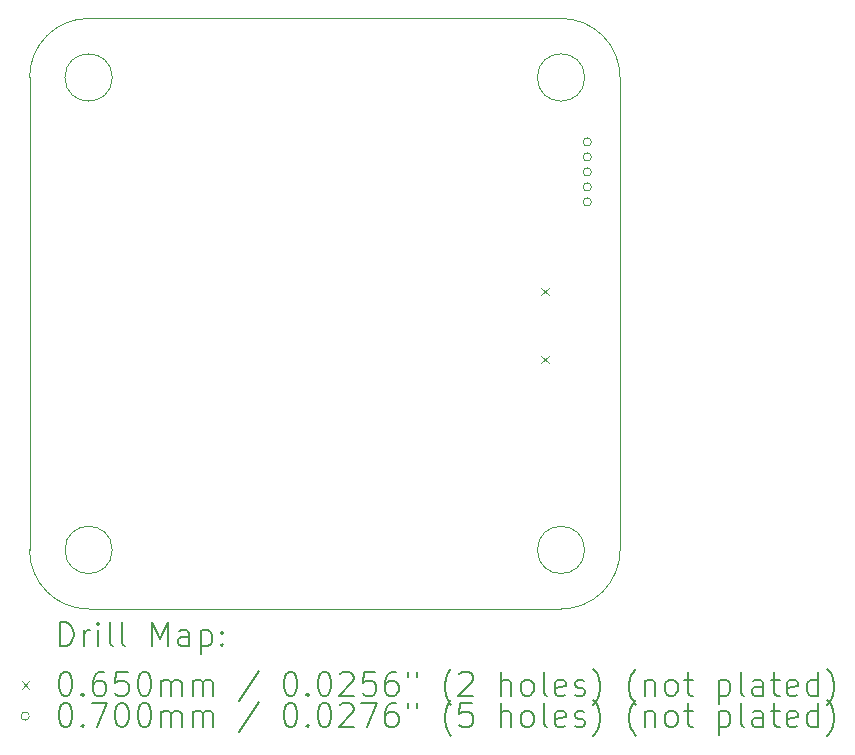
<source format=gbr>
%TF.GenerationSoftware,KiCad,Pcbnew,9.0.2-9.0.2-0~ubuntu24.04.1*%
%TF.CreationDate,2025-06-10T13:01:34-05:00*%
%TF.ProjectId,FC,46432e6b-6963-4616-945f-706362585858,rev?*%
%TF.SameCoordinates,Original*%
%TF.FileFunction,Drillmap*%
%TF.FilePolarity,Positive*%
%FSLAX45Y45*%
G04 Gerber Fmt 4.5, Leading zero omitted, Abs format (unit mm)*
G04 Created by KiCad (PCBNEW 9.0.2-9.0.2-0~ubuntu24.04.1) date 2025-06-10 13:01:34*
%MOMM*%
%LPD*%
G01*
G04 APERTURE LIST*
%ADD10C,0.050000*%
%ADD11C,0.200000*%
%ADD12C,0.100000*%
G04 APERTURE END LIST*
D10*
X19500000Y-5000000D02*
G75*
G02*
X20000000Y-5500000I0J-500000D01*
G01*
X20000000Y-9500000D02*
X20000000Y-5500000D01*
X19700000Y-9500000D02*
G75*
G02*
X19300000Y-9500000I-200000J0D01*
G01*
X19300000Y-9500000D02*
G75*
G02*
X19700000Y-9500000I200000J0D01*
G01*
X15000000Y-5500000D02*
G75*
G02*
X15500000Y-5000000I500000J0D01*
G01*
X15500000Y-10000000D02*
G75*
G02*
X15000000Y-9500000I0J500000D01*
G01*
X15500000Y-10000000D02*
X19500000Y-10000000D01*
X15500000Y-5000000D02*
X19500000Y-5000000D01*
X15700000Y-5500000D02*
G75*
G02*
X15300000Y-5500000I-200000J0D01*
G01*
X15300000Y-5500000D02*
G75*
G02*
X15700000Y-5500000I200000J0D01*
G01*
X15700000Y-9500000D02*
G75*
G02*
X15300000Y-9500000I-200000J0D01*
G01*
X15300000Y-9500000D02*
G75*
G02*
X15700000Y-9500000I200000J0D01*
G01*
X20000000Y-9500000D02*
G75*
G02*
X19500000Y-10000000I-500000J0D01*
G01*
X19700000Y-5500000D02*
G75*
G02*
X19300000Y-5500000I-200000J0D01*
G01*
X19300000Y-5500000D02*
G75*
G02*
X19700000Y-5500000I200000J0D01*
G01*
X15000000Y-5500000D02*
X15000000Y-9500000D01*
D11*
D12*
X19332000Y-7278500D02*
X19397000Y-7343500D01*
X19397000Y-7278500D02*
X19332000Y-7343500D01*
X19332000Y-7856500D02*
X19397000Y-7921500D01*
X19397000Y-7856500D02*
X19332000Y-7921500D01*
X19756350Y-6046000D02*
G75*
G02*
X19686350Y-6046000I-35000J0D01*
G01*
X19686350Y-6046000D02*
G75*
G02*
X19756350Y-6046000I35000J0D01*
G01*
X19756350Y-6173000D02*
G75*
G02*
X19686350Y-6173000I-35000J0D01*
G01*
X19686350Y-6173000D02*
G75*
G02*
X19756350Y-6173000I35000J0D01*
G01*
X19756350Y-6300000D02*
G75*
G02*
X19686350Y-6300000I-35000J0D01*
G01*
X19686350Y-6300000D02*
G75*
G02*
X19756350Y-6300000I35000J0D01*
G01*
X19756350Y-6427000D02*
G75*
G02*
X19686350Y-6427000I-35000J0D01*
G01*
X19686350Y-6427000D02*
G75*
G02*
X19756350Y-6427000I35000J0D01*
G01*
X19756350Y-6554000D02*
G75*
G02*
X19686350Y-6554000I-35000J0D01*
G01*
X19686350Y-6554000D02*
G75*
G02*
X19756350Y-6554000I35000J0D01*
G01*
D11*
X15258277Y-10313984D02*
X15258277Y-10113984D01*
X15258277Y-10113984D02*
X15305896Y-10113984D01*
X15305896Y-10113984D02*
X15334467Y-10123508D01*
X15334467Y-10123508D02*
X15353515Y-10142555D01*
X15353515Y-10142555D02*
X15363039Y-10161603D01*
X15363039Y-10161603D02*
X15372562Y-10199698D01*
X15372562Y-10199698D02*
X15372562Y-10228270D01*
X15372562Y-10228270D02*
X15363039Y-10266365D01*
X15363039Y-10266365D02*
X15353515Y-10285412D01*
X15353515Y-10285412D02*
X15334467Y-10304460D01*
X15334467Y-10304460D02*
X15305896Y-10313984D01*
X15305896Y-10313984D02*
X15258277Y-10313984D01*
X15458277Y-10313984D02*
X15458277Y-10180650D01*
X15458277Y-10218746D02*
X15467801Y-10199698D01*
X15467801Y-10199698D02*
X15477324Y-10190174D01*
X15477324Y-10190174D02*
X15496372Y-10180650D01*
X15496372Y-10180650D02*
X15515420Y-10180650D01*
X15582086Y-10313984D02*
X15582086Y-10180650D01*
X15582086Y-10113984D02*
X15572562Y-10123508D01*
X15572562Y-10123508D02*
X15582086Y-10133031D01*
X15582086Y-10133031D02*
X15591610Y-10123508D01*
X15591610Y-10123508D02*
X15582086Y-10113984D01*
X15582086Y-10113984D02*
X15582086Y-10133031D01*
X15705896Y-10313984D02*
X15686848Y-10304460D01*
X15686848Y-10304460D02*
X15677324Y-10285412D01*
X15677324Y-10285412D02*
X15677324Y-10113984D01*
X15810658Y-10313984D02*
X15791610Y-10304460D01*
X15791610Y-10304460D02*
X15782086Y-10285412D01*
X15782086Y-10285412D02*
X15782086Y-10113984D01*
X16039229Y-10313984D02*
X16039229Y-10113984D01*
X16039229Y-10113984D02*
X16105896Y-10256841D01*
X16105896Y-10256841D02*
X16172562Y-10113984D01*
X16172562Y-10113984D02*
X16172562Y-10313984D01*
X16353515Y-10313984D02*
X16353515Y-10209222D01*
X16353515Y-10209222D02*
X16343991Y-10190174D01*
X16343991Y-10190174D02*
X16324943Y-10180650D01*
X16324943Y-10180650D02*
X16286848Y-10180650D01*
X16286848Y-10180650D02*
X16267801Y-10190174D01*
X16353515Y-10304460D02*
X16334467Y-10313984D01*
X16334467Y-10313984D02*
X16286848Y-10313984D01*
X16286848Y-10313984D02*
X16267801Y-10304460D01*
X16267801Y-10304460D02*
X16258277Y-10285412D01*
X16258277Y-10285412D02*
X16258277Y-10266365D01*
X16258277Y-10266365D02*
X16267801Y-10247317D01*
X16267801Y-10247317D02*
X16286848Y-10237793D01*
X16286848Y-10237793D02*
X16334467Y-10237793D01*
X16334467Y-10237793D02*
X16353515Y-10228270D01*
X16448753Y-10180650D02*
X16448753Y-10380650D01*
X16448753Y-10190174D02*
X16467801Y-10180650D01*
X16467801Y-10180650D02*
X16505896Y-10180650D01*
X16505896Y-10180650D02*
X16524943Y-10190174D01*
X16524943Y-10190174D02*
X16534467Y-10199698D01*
X16534467Y-10199698D02*
X16543991Y-10218746D01*
X16543991Y-10218746D02*
X16543991Y-10275889D01*
X16543991Y-10275889D02*
X16534467Y-10294936D01*
X16534467Y-10294936D02*
X16524943Y-10304460D01*
X16524943Y-10304460D02*
X16505896Y-10313984D01*
X16505896Y-10313984D02*
X16467801Y-10313984D01*
X16467801Y-10313984D02*
X16448753Y-10304460D01*
X16629705Y-10294936D02*
X16639229Y-10304460D01*
X16639229Y-10304460D02*
X16629705Y-10313984D01*
X16629705Y-10313984D02*
X16620182Y-10304460D01*
X16620182Y-10304460D02*
X16629705Y-10294936D01*
X16629705Y-10294936D02*
X16629705Y-10313984D01*
X16629705Y-10190174D02*
X16639229Y-10199698D01*
X16639229Y-10199698D02*
X16629705Y-10209222D01*
X16629705Y-10209222D02*
X16620182Y-10199698D01*
X16620182Y-10199698D02*
X16629705Y-10190174D01*
X16629705Y-10190174D02*
X16629705Y-10209222D01*
D12*
X14932500Y-10610000D02*
X14997500Y-10675000D01*
X14997500Y-10610000D02*
X14932500Y-10675000D01*
D11*
X15296372Y-10533984D02*
X15315420Y-10533984D01*
X15315420Y-10533984D02*
X15334467Y-10543508D01*
X15334467Y-10543508D02*
X15343991Y-10553031D01*
X15343991Y-10553031D02*
X15353515Y-10572079D01*
X15353515Y-10572079D02*
X15363039Y-10610174D01*
X15363039Y-10610174D02*
X15363039Y-10657793D01*
X15363039Y-10657793D02*
X15353515Y-10695889D01*
X15353515Y-10695889D02*
X15343991Y-10714936D01*
X15343991Y-10714936D02*
X15334467Y-10724460D01*
X15334467Y-10724460D02*
X15315420Y-10733984D01*
X15315420Y-10733984D02*
X15296372Y-10733984D01*
X15296372Y-10733984D02*
X15277324Y-10724460D01*
X15277324Y-10724460D02*
X15267801Y-10714936D01*
X15267801Y-10714936D02*
X15258277Y-10695889D01*
X15258277Y-10695889D02*
X15248753Y-10657793D01*
X15248753Y-10657793D02*
X15248753Y-10610174D01*
X15248753Y-10610174D02*
X15258277Y-10572079D01*
X15258277Y-10572079D02*
X15267801Y-10553031D01*
X15267801Y-10553031D02*
X15277324Y-10543508D01*
X15277324Y-10543508D02*
X15296372Y-10533984D01*
X15448753Y-10714936D02*
X15458277Y-10724460D01*
X15458277Y-10724460D02*
X15448753Y-10733984D01*
X15448753Y-10733984D02*
X15439229Y-10724460D01*
X15439229Y-10724460D02*
X15448753Y-10714936D01*
X15448753Y-10714936D02*
X15448753Y-10733984D01*
X15629705Y-10533984D02*
X15591610Y-10533984D01*
X15591610Y-10533984D02*
X15572562Y-10543508D01*
X15572562Y-10543508D02*
X15563039Y-10553031D01*
X15563039Y-10553031D02*
X15543991Y-10581603D01*
X15543991Y-10581603D02*
X15534467Y-10619698D01*
X15534467Y-10619698D02*
X15534467Y-10695889D01*
X15534467Y-10695889D02*
X15543991Y-10714936D01*
X15543991Y-10714936D02*
X15553515Y-10724460D01*
X15553515Y-10724460D02*
X15572562Y-10733984D01*
X15572562Y-10733984D02*
X15610658Y-10733984D01*
X15610658Y-10733984D02*
X15629705Y-10724460D01*
X15629705Y-10724460D02*
X15639229Y-10714936D01*
X15639229Y-10714936D02*
X15648753Y-10695889D01*
X15648753Y-10695889D02*
X15648753Y-10648270D01*
X15648753Y-10648270D02*
X15639229Y-10629222D01*
X15639229Y-10629222D02*
X15629705Y-10619698D01*
X15629705Y-10619698D02*
X15610658Y-10610174D01*
X15610658Y-10610174D02*
X15572562Y-10610174D01*
X15572562Y-10610174D02*
X15553515Y-10619698D01*
X15553515Y-10619698D02*
X15543991Y-10629222D01*
X15543991Y-10629222D02*
X15534467Y-10648270D01*
X15829705Y-10533984D02*
X15734467Y-10533984D01*
X15734467Y-10533984D02*
X15724943Y-10629222D01*
X15724943Y-10629222D02*
X15734467Y-10619698D01*
X15734467Y-10619698D02*
X15753515Y-10610174D01*
X15753515Y-10610174D02*
X15801134Y-10610174D01*
X15801134Y-10610174D02*
X15820182Y-10619698D01*
X15820182Y-10619698D02*
X15829705Y-10629222D01*
X15829705Y-10629222D02*
X15839229Y-10648270D01*
X15839229Y-10648270D02*
X15839229Y-10695889D01*
X15839229Y-10695889D02*
X15829705Y-10714936D01*
X15829705Y-10714936D02*
X15820182Y-10724460D01*
X15820182Y-10724460D02*
X15801134Y-10733984D01*
X15801134Y-10733984D02*
X15753515Y-10733984D01*
X15753515Y-10733984D02*
X15734467Y-10724460D01*
X15734467Y-10724460D02*
X15724943Y-10714936D01*
X15963039Y-10533984D02*
X15982086Y-10533984D01*
X15982086Y-10533984D02*
X16001134Y-10543508D01*
X16001134Y-10543508D02*
X16010658Y-10553031D01*
X16010658Y-10553031D02*
X16020182Y-10572079D01*
X16020182Y-10572079D02*
X16029705Y-10610174D01*
X16029705Y-10610174D02*
X16029705Y-10657793D01*
X16029705Y-10657793D02*
X16020182Y-10695889D01*
X16020182Y-10695889D02*
X16010658Y-10714936D01*
X16010658Y-10714936D02*
X16001134Y-10724460D01*
X16001134Y-10724460D02*
X15982086Y-10733984D01*
X15982086Y-10733984D02*
X15963039Y-10733984D01*
X15963039Y-10733984D02*
X15943991Y-10724460D01*
X15943991Y-10724460D02*
X15934467Y-10714936D01*
X15934467Y-10714936D02*
X15924943Y-10695889D01*
X15924943Y-10695889D02*
X15915420Y-10657793D01*
X15915420Y-10657793D02*
X15915420Y-10610174D01*
X15915420Y-10610174D02*
X15924943Y-10572079D01*
X15924943Y-10572079D02*
X15934467Y-10553031D01*
X15934467Y-10553031D02*
X15943991Y-10543508D01*
X15943991Y-10543508D02*
X15963039Y-10533984D01*
X16115420Y-10733984D02*
X16115420Y-10600650D01*
X16115420Y-10619698D02*
X16124943Y-10610174D01*
X16124943Y-10610174D02*
X16143991Y-10600650D01*
X16143991Y-10600650D02*
X16172563Y-10600650D01*
X16172563Y-10600650D02*
X16191610Y-10610174D01*
X16191610Y-10610174D02*
X16201134Y-10629222D01*
X16201134Y-10629222D02*
X16201134Y-10733984D01*
X16201134Y-10629222D02*
X16210658Y-10610174D01*
X16210658Y-10610174D02*
X16229705Y-10600650D01*
X16229705Y-10600650D02*
X16258277Y-10600650D01*
X16258277Y-10600650D02*
X16277324Y-10610174D01*
X16277324Y-10610174D02*
X16286848Y-10629222D01*
X16286848Y-10629222D02*
X16286848Y-10733984D01*
X16382086Y-10733984D02*
X16382086Y-10600650D01*
X16382086Y-10619698D02*
X16391610Y-10610174D01*
X16391610Y-10610174D02*
X16410658Y-10600650D01*
X16410658Y-10600650D02*
X16439229Y-10600650D01*
X16439229Y-10600650D02*
X16458277Y-10610174D01*
X16458277Y-10610174D02*
X16467801Y-10629222D01*
X16467801Y-10629222D02*
X16467801Y-10733984D01*
X16467801Y-10629222D02*
X16477324Y-10610174D01*
X16477324Y-10610174D02*
X16496372Y-10600650D01*
X16496372Y-10600650D02*
X16524943Y-10600650D01*
X16524943Y-10600650D02*
X16543991Y-10610174D01*
X16543991Y-10610174D02*
X16553515Y-10629222D01*
X16553515Y-10629222D02*
X16553515Y-10733984D01*
X16943991Y-10524460D02*
X16772563Y-10781603D01*
X17201134Y-10533984D02*
X17220182Y-10533984D01*
X17220182Y-10533984D02*
X17239229Y-10543508D01*
X17239229Y-10543508D02*
X17248753Y-10553031D01*
X17248753Y-10553031D02*
X17258277Y-10572079D01*
X17258277Y-10572079D02*
X17267801Y-10610174D01*
X17267801Y-10610174D02*
X17267801Y-10657793D01*
X17267801Y-10657793D02*
X17258277Y-10695889D01*
X17258277Y-10695889D02*
X17248753Y-10714936D01*
X17248753Y-10714936D02*
X17239229Y-10724460D01*
X17239229Y-10724460D02*
X17220182Y-10733984D01*
X17220182Y-10733984D02*
X17201134Y-10733984D01*
X17201134Y-10733984D02*
X17182087Y-10724460D01*
X17182087Y-10724460D02*
X17172563Y-10714936D01*
X17172563Y-10714936D02*
X17163039Y-10695889D01*
X17163039Y-10695889D02*
X17153515Y-10657793D01*
X17153515Y-10657793D02*
X17153515Y-10610174D01*
X17153515Y-10610174D02*
X17163039Y-10572079D01*
X17163039Y-10572079D02*
X17172563Y-10553031D01*
X17172563Y-10553031D02*
X17182087Y-10543508D01*
X17182087Y-10543508D02*
X17201134Y-10533984D01*
X17353515Y-10714936D02*
X17363039Y-10724460D01*
X17363039Y-10724460D02*
X17353515Y-10733984D01*
X17353515Y-10733984D02*
X17343991Y-10724460D01*
X17343991Y-10724460D02*
X17353515Y-10714936D01*
X17353515Y-10714936D02*
X17353515Y-10733984D01*
X17486848Y-10533984D02*
X17505896Y-10533984D01*
X17505896Y-10533984D02*
X17524944Y-10543508D01*
X17524944Y-10543508D02*
X17534468Y-10553031D01*
X17534468Y-10553031D02*
X17543991Y-10572079D01*
X17543991Y-10572079D02*
X17553515Y-10610174D01*
X17553515Y-10610174D02*
X17553515Y-10657793D01*
X17553515Y-10657793D02*
X17543991Y-10695889D01*
X17543991Y-10695889D02*
X17534468Y-10714936D01*
X17534468Y-10714936D02*
X17524944Y-10724460D01*
X17524944Y-10724460D02*
X17505896Y-10733984D01*
X17505896Y-10733984D02*
X17486848Y-10733984D01*
X17486848Y-10733984D02*
X17467801Y-10724460D01*
X17467801Y-10724460D02*
X17458277Y-10714936D01*
X17458277Y-10714936D02*
X17448753Y-10695889D01*
X17448753Y-10695889D02*
X17439229Y-10657793D01*
X17439229Y-10657793D02*
X17439229Y-10610174D01*
X17439229Y-10610174D02*
X17448753Y-10572079D01*
X17448753Y-10572079D02*
X17458277Y-10553031D01*
X17458277Y-10553031D02*
X17467801Y-10543508D01*
X17467801Y-10543508D02*
X17486848Y-10533984D01*
X17629706Y-10553031D02*
X17639229Y-10543508D01*
X17639229Y-10543508D02*
X17658277Y-10533984D01*
X17658277Y-10533984D02*
X17705896Y-10533984D01*
X17705896Y-10533984D02*
X17724944Y-10543508D01*
X17724944Y-10543508D02*
X17734468Y-10553031D01*
X17734468Y-10553031D02*
X17743991Y-10572079D01*
X17743991Y-10572079D02*
X17743991Y-10591127D01*
X17743991Y-10591127D02*
X17734468Y-10619698D01*
X17734468Y-10619698D02*
X17620182Y-10733984D01*
X17620182Y-10733984D02*
X17743991Y-10733984D01*
X17924944Y-10533984D02*
X17829706Y-10533984D01*
X17829706Y-10533984D02*
X17820182Y-10629222D01*
X17820182Y-10629222D02*
X17829706Y-10619698D01*
X17829706Y-10619698D02*
X17848753Y-10610174D01*
X17848753Y-10610174D02*
X17896372Y-10610174D01*
X17896372Y-10610174D02*
X17915420Y-10619698D01*
X17915420Y-10619698D02*
X17924944Y-10629222D01*
X17924944Y-10629222D02*
X17934468Y-10648270D01*
X17934468Y-10648270D02*
X17934468Y-10695889D01*
X17934468Y-10695889D02*
X17924944Y-10714936D01*
X17924944Y-10714936D02*
X17915420Y-10724460D01*
X17915420Y-10724460D02*
X17896372Y-10733984D01*
X17896372Y-10733984D02*
X17848753Y-10733984D01*
X17848753Y-10733984D02*
X17829706Y-10724460D01*
X17829706Y-10724460D02*
X17820182Y-10714936D01*
X18105896Y-10533984D02*
X18067801Y-10533984D01*
X18067801Y-10533984D02*
X18048753Y-10543508D01*
X18048753Y-10543508D02*
X18039229Y-10553031D01*
X18039229Y-10553031D02*
X18020182Y-10581603D01*
X18020182Y-10581603D02*
X18010658Y-10619698D01*
X18010658Y-10619698D02*
X18010658Y-10695889D01*
X18010658Y-10695889D02*
X18020182Y-10714936D01*
X18020182Y-10714936D02*
X18029706Y-10724460D01*
X18029706Y-10724460D02*
X18048753Y-10733984D01*
X18048753Y-10733984D02*
X18086849Y-10733984D01*
X18086849Y-10733984D02*
X18105896Y-10724460D01*
X18105896Y-10724460D02*
X18115420Y-10714936D01*
X18115420Y-10714936D02*
X18124944Y-10695889D01*
X18124944Y-10695889D02*
X18124944Y-10648270D01*
X18124944Y-10648270D02*
X18115420Y-10629222D01*
X18115420Y-10629222D02*
X18105896Y-10619698D01*
X18105896Y-10619698D02*
X18086849Y-10610174D01*
X18086849Y-10610174D02*
X18048753Y-10610174D01*
X18048753Y-10610174D02*
X18029706Y-10619698D01*
X18029706Y-10619698D02*
X18020182Y-10629222D01*
X18020182Y-10629222D02*
X18010658Y-10648270D01*
X18201134Y-10533984D02*
X18201134Y-10572079D01*
X18277325Y-10533984D02*
X18277325Y-10572079D01*
X18572563Y-10810174D02*
X18563039Y-10800650D01*
X18563039Y-10800650D02*
X18543991Y-10772079D01*
X18543991Y-10772079D02*
X18534468Y-10753031D01*
X18534468Y-10753031D02*
X18524944Y-10724460D01*
X18524944Y-10724460D02*
X18515420Y-10676841D01*
X18515420Y-10676841D02*
X18515420Y-10638746D01*
X18515420Y-10638746D02*
X18524944Y-10591127D01*
X18524944Y-10591127D02*
X18534468Y-10562555D01*
X18534468Y-10562555D02*
X18543991Y-10543508D01*
X18543991Y-10543508D02*
X18563039Y-10514936D01*
X18563039Y-10514936D02*
X18572563Y-10505412D01*
X18639230Y-10553031D02*
X18648753Y-10543508D01*
X18648753Y-10543508D02*
X18667801Y-10533984D01*
X18667801Y-10533984D02*
X18715420Y-10533984D01*
X18715420Y-10533984D02*
X18734468Y-10543508D01*
X18734468Y-10543508D02*
X18743991Y-10553031D01*
X18743991Y-10553031D02*
X18753515Y-10572079D01*
X18753515Y-10572079D02*
X18753515Y-10591127D01*
X18753515Y-10591127D02*
X18743991Y-10619698D01*
X18743991Y-10619698D02*
X18629706Y-10733984D01*
X18629706Y-10733984D02*
X18753515Y-10733984D01*
X18991611Y-10733984D02*
X18991611Y-10533984D01*
X19077325Y-10733984D02*
X19077325Y-10629222D01*
X19077325Y-10629222D02*
X19067801Y-10610174D01*
X19067801Y-10610174D02*
X19048753Y-10600650D01*
X19048753Y-10600650D02*
X19020182Y-10600650D01*
X19020182Y-10600650D02*
X19001134Y-10610174D01*
X19001134Y-10610174D02*
X18991611Y-10619698D01*
X19201134Y-10733984D02*
X19182087Y-10724460D01*
X19182087Y-10724460D02*
X19172563Y-10714936D01*
X19172563Y-10714936D02*
X19163039Y-10695889D01*
X19163039Y-10695889D02*
X19163039Y-10638746D01*
X19163039Y-10638746D02*
X19172563Y-10619698D01*
X19172563Y-10619698D02*
X19182087Y-10610174D01*
X19182087Y-10610174D02*
X19201134Y-10600650D01*
X19201134Y-10600650D02*
X19229706Y-10600650D01*
X19229706Y-10600650D02*
X19248753Y-10610174D01*
X19248753Y-10610174D02*
X19258277Y-10619698D01*
X19258277Y-10619698D02*
X19267801Y-10638746D01*
X19267801Y-10638746D02*
X19267801Y-10695889D01*
X19267801Y-10695889D02*
X19258277Y-10714936D01*
X19258277Y-10714936D02*
X19248753Y-10724460D01*
X19248753Y-10724460D02*
X19229706Y-10733984D01*
X19229706Y-10733984D02*
X19201134Y-10733984D01*
X19382087Y-10733984D02*
X19363039Y-10724460D01*
X19363039Y-10724460D02*
X19353515Y-10705412D01*
X19353515Y-10705412D02*
X19353515Y-10533984D01*
X19534468Y-10724460D02*
X19515420Y-10733984D01*
X19515420Y-10733984D02*
X19477325Y-10733984D01*
X19477325Y-10733984D02*
X19458277Y-10724460D01*
X19458277Y-10724460D02*
X19448753Y-10705412D01*
X19448753Y-10705412D02*
X19448753Y-10629222D01*
X19448753Y-10629222D02*
X19458277Y-10610174D01*
X19458277Y-10610174D02*
X19477325Y-10600650D01*
X19477325Y-10600650D02*
X19515420Y-10600650D01*
X19515420Y-10600650D02*
X19534468Y-10610174D01*
X19534468Y-10610174D02*
X19543992Y-10629222D01*
X19543992Y-10629222D02*
X19543992Y-10648270D01*
X19543992Y-10648270D02*
X19448753Y-10667317D01*
X19620182Y-10724460D02*
X19639230Y-10733984D01*
X19639230Y-10733984D02*
X19677325Y-10733984D01*
X19677325Y-10733984D02*
X19696373Y-10724460D01*
X19696373Y-10724460D02*
X19705896Y-10705412D01*
X19705896Y-10705412D02*
X19705896Y-10695889D01*
X19705896Y-10695889D02*
X19696373Y-10676841D01*
X19696373Y-10676841D02*
X19677325Y-10667317D01*
X19677325Y-10667317D02*
X19648753Y-10667317D01*
X19648753Y-10667317D02*
X19629706Y-10657793D01*
X19629706Y-10657793D02*
X19620182Y-10638746D01*
X19620182Y-10638746D02*
X19620182Y-10629222D01*
X19620182Y-10629222D02*
X19629706Y-10610174D01*
X19629706Y-10610174D02*
X19648753Y-10600650D01*
X19648753Y-10600650D02*
X19677325Y-10600650D01*
X19677325Y-10600650D02*
X19696373Y-10610174D01*
X19772563Y-10810174D02*
X19782087Y-10800650D01*
X19782087Y-10800650D02*
X19801134Y-10772079D01*
X19801134Y-10772079D02*
X19810658Y-10753031D01*
X19810658Y-10753031D02*
X19820182Y-10724460D01*
X19820182Y-10724460D02*
X19829706Y-10676841D01*
X19829706Y-10676841D02*
X19829706Y-10638746D01*
X19829706Y-10638746D02*
X19820182Y-10591127D01*
X19820182Y-10591127D02*
X19810658Y-10562555D01*
X19810658Y-10562555D02*
X19801134Y-10543508D01*
X19801134Y-10543508D02*
X19782087Y-10514936D01*
X19782087Y-10514936D02*
X19772563Y-10505412D01*
X20134468Y-10810174D02*
X20124944Y-10800650D01*
X20124944Y-10800650D02*
X20105896Y-10772079D01*
X20105896Y-10772079D02*
X20096373Y-10753031D01*
X20096373Y-10753031D02*
X20086849Y-10724460D01*
X20086849Y-10724460D02*
X20077325Y-10676841D01*
X20077325Y-10676841D02*
X20077325Y-10638746D01*
X20077325Y-10638746D02*
X20086849Y-10591127D01*
X20086849Y-10591127D02*
X20096373Y-10562555D01*
X20096373Y-10562555D02*
X20105896Y-10543508D01*
X20105896Y-10543508D02*
X20124944Y-10514936D01*
X20124944Y-10514936D02*
X20134468Y-10505412D01*
X20210658Y-10600650D02*
X20210658Y-10733984D01*
X20210658Y-10619698D02*
X20220182Y-10610174D01*
X20220182Y-10610174D02*
X20239230Y-10600650D01*
X20239230Y-10600650D02*
X20267801Y-10600650D01*
X20267801Y-10600650D02*
X20286849Y-10610174D01*
X20286849Y-10610174D02*
X20296373Y-10629222D01*
X20296373Y-10629222D02*
X20296373Y-10733984D01*
X20420182Y-10733984D02*
X20401134Y-10724460D01*
X20401134Y-10724460D02*
X20391611Y-10714936D01*
X20391611Y-10714936D02*
X20382087Y-10695889D01*
X20382087Y-10695889D02*
X20382087Y-10638746D01*
X20382087Y-10638746D02*
X20391611Y-10619698D01*
X20391611Y-10619698D02*
X20401134Y-10610174D01*
X20401134Y-10610174D02*
X20420182Y-10600650D01*
X20420182Y-10600650D02*
X20448754Y-10600650D01*
X20448754Y-10600650D02*
X20467801Y-10610174D01*
X20467801Y-10610174D02*
X20477325Y-10619698D01*
X20477325Y-10619698D02*
X20486849Y-10638746D01*
X20486849Y-10638746D02*
X20486849Y-10695889D01*
X20486849Y-10695889D02*
X20477325Y-10714936D01*
X20477325Y-10714936D02*
X20467801Y-10724460D01*
X20467801Y-10724460D02*
X20448754Y-10733984D01*
X20448754Y-10733984D02*
X20420182Y-10733984D01*
X20543992Y-10600650D02*
X20620182Y-10600650D01*
X20572563Y-10533984D02*
X20572563Y-10705412D01*
X20572563Y-10705412D02*
X20582087Y-10724460D01*
X20582087Y-10724460D02*
X20601134Y-10733984D01*
X20601134Y-10733984D02*
X20620182Y-10733984D01*
X20839230Y-10600650D02*
X20839230Y-10800650D01*
X20839230Y-10610174D02*
X20858277Y-10600650D01*
X20858277Y-10600650D02*
X20896373Y-10600650D01*
X20896373Y-10600650D02*
X20915420Y-10610174D01*
X20915420Y-10610174D02*
X20924944Y-10619698D01*
X20924944Y-10619698D02*
X20934468Y-10638746D01*
X20934468Y-10638746D02*
X20934468Y-10695889D01*
X20934468Y-10695889D02*
X20924944Y-10714936D01*
X20924944Y-10714936D02*
X20915420Y-10724460D01*
X20915420Y-10724460D02*
X20896373Y-10733984D01*
X20896373Y-10733984D02*
X20858277Y-10733984D01*
X20858277Y-10733984D02*
X20839230Y-10724460D01*
X21048754Y-10733984D02*
X21029706Y-10724460D01*
X21029706Y-10724460D02*
X21020182Y-10705412D01*
X21020182Y-10705412D02*
X21020182Y-10533984D01*
X21210658Y-10733984D02*
X21210658Y-10629222D01*
X21210658Y-10629222D02*
X21201135Y-10610174D01*
X21201135Y-10610174D02*
X21182087Y-10600650D01*
X21182087Y-10600650D02*
X21143992Y-10600650D01*
X21143992Y-10600650D02*
X21124944Y-10610174D01*
X21210658Y-10724460D02*
X21191611Y-10733984D01*
X21191611Y-10733984D02*
X21143992Y-10733984D01*
X21143992Y-10733984D02*
X21124944Y-10724460D01*
X21124944Y-10724460D02*
X21115420Y-10705412D01*
X21115420Y-10705412D02*
X21115420Y-10686365D01*
X21115420Y-10686365D02*
X21124944Y-10667317D01*
X21124944Y-10667317D02*
X21143992Y-10657793D01*
X21143992Y-10657793D02*
X21191611Y-10657793D01*
X21191611Y-10657793D02*
X21210658Y-10648270D01*
X21277325Y-10600650D02*
X21353515Y-10600650D01*
X21305896Y-10533984D02*
X21305896Y-10705412D01*
X21305896Y-10705412D02*
X21315420Y-10724460D01*
X21315420Y-10724460D02*
X21334468Y-10733984D01*
X21334468Y-10733984D02*
X21353515Y-10733984D01*
X21496373Y-10724460D02*
X21477325Y-10733984D01*
X21477325Y-10733984D02*
X21439230Y-10733984D01*
X21439230Y-10733984D02*
X21420182Y-10724460D01*
X21420182Y-10724460D02*
X21410658Y-10705412D01*
X21410658Y-10705412D02*
X21410658Y-10629222D01*
X21410658Y-10629222D02*
X21420182Y-10610174D01*
X21420182Y-10610174D02*
X21439230Y-10600650D01*
X21439230Y-10600650D02*
X21477325Y-10600650D01*
X21477325Y-10600650D02*
X21496373Y-10610174D01*
X21496373Y-10610174D02*
X21505896Y-10629222D01*
X21505896Y-10629222D02*
X21505896Y-10648270D01*
X21505896Y-10648270D02*
X21410658Y-10667317D01*
X21677325Y-10733984D02*
X21677325Y-10533984D01*
X21677325Y-10724460D02*
X21658277Y-10733984D01*
X21658277Y-10733984D02*
X21620182Y-10733984D01*
X21620182Y-10733984D02*
X21601135Y-10724460D01*
X21601135Y-10724460D02*
X21591611Y-10714936D01*
X21591611Y-10714936D02*
X21582087Y-10695889D01*
X21582087Y-10695889D02*
X21582087Y-10638746D01*
X21582087Y-10638746D02*
X21591611Y-10619698D01*
X21591611Y-10619698D02*
X21601135Y-10610174D01*
X21601135Y-10610174D02*
X21620182Y-10600650D01*
X21620182Y-10600650D02*
X21658277Y-10600650D01*
X21658277Y-10600650D02*
X21677325Y-10610174D01*
X21753516Y-10810174D02*
X21763039Y-10800650D01*
X21763039Y-10800650D02*
X21782087Y-10772079D01*
X21782087Y-10772079D02*
X21791611Y-10753031D01*
X21791611Y-10753031D02*
X21801135Y-10724460D01*
X21801135Y-10724460D02*
X21810658Y-10676841D01*
X21810658Y-10676841D02*
X21810658Y-10638746D01*
X21810658Y-10638746D02*
X21801135Y-10591127D01*
X21801135Y-10591127D02*
X21791611Y-10562555D01*
X21791611Y-10562555D02*
X21782087Y-10543508D01*
X21782087Y-10543508D02*
X21763039Y-10514936D01*
X21763039Y-10514936D02*
X21753516Y-10505412D01*
D12*
X14997500Y-10906500D02*
G75*
G02*
X14927500Y-10906500I-35000J0D01*
G01*
X14927500Y-10906500D02*
G75*
G02*
X14997500Y-10906500I35000J0D01*
G01*
D11*
X15296372Y-10797984D02*
X15315420Y-10797984D01*
X15315420Y-10797984D02*
X15334467Y-10807508D01*
X15334467Y-10807508D02*
X15343991Y-10817031D01*
X15343991Y-10817031D02*
X15353515Y-10836079D01*
X15353515Y-10836079D02*
X15363039Y-10874174D01*
X15363039Y-10874174D02*
X15363039Y-10921793D01*
X15363039Y-10921793D02*
X15353515Y-10959889D01*
X15353515Y-10959889D02*
X15343991Y-10978936D01*
X15343991Y-10978936D02*
X15334467Y-10988460D01*
X15334467Y-10988460D02*
X15315420Y-10997984D01*
X15315420Y-10997984D02*
X15296372Y-10997984D01*
X15296372Y-10997984D02*
X15277324Y-10988460D01*
X15277324Y-10988460D02*
X15267801Y-10978936D01*
X15267801Y-10978936D02*
X15258277Y-10959889D01*
X15258277Y-10959889D02*
X15248753Y-10921793D01*
X15248753Y-10921793D02*
X15248753Y-10874174D01*
X15248753Y-10874174D02*
X15258277Y-10836079D01*
X15258277Y-10836079D02*
X15267801Y-10817031D01*
X15267801Y-10817031D02*
X15277324Y-10807508D01*
X15277324Y-10807508D02*
X15296372Y-10797984D01*
X15448753Y-10978936D02*
X15458277Y-10988460D01*
X15458277Y-10988460D02*
X15448753Y-10997984D01*
X15448753Y-10997984D02*
X15439229Y-10988460D01*
X15439229Y-10988460D02*
X15448753Y-10978936D01*
X15448753Y-10978936D02*
X15448753Y-10997984D01*
X15524943Y-10797984D02*
X15658277Y-10797984D01*
X15658277Y-10797984D02*
X15572562Y-10997984D01*
X15772562Y-10797984D02*
X15791610Y-10797984D01*
X15791610Y-10797984D02*
X15810658Y-10807508D01*
X15810658Y-10807508D02*
X15820182Y-10817031D01*
X15820182Y-10817031D02*
X15829705Y-10836079D01*
X15829705Y-10836079D02*
X15839229Y-10874174D01*
X15839229Y-10874174D02*
X15839229Y-10921793D01*
X15839229Y-10921793D02*
X15829705Y-10959889D01*
X15829705Y-10959889D02*
X15820182Y-10978936D01*
X15820182Y-10978936D02*
X15810658Y-10988460D01*
X15810658Y-10988460D02*
X15791610Y-10997984D01*
X15791610Y-10997984D02*
X15772562Y-10997984D01*
X15772562Y-10997984D02*
X15753515Y-10988460D01*
X15753515Y-10988460D02*
X15743991Y-10978936D01*
X15743991Y-10978936D02*
X15734467Y-10959889D01*
X15734467Y-10959889D02*
X15724943Y-10921793D01*
X15724943Y-10921793D02*
X15724943Y-10874174D01*
X15724943Y-10874174D02*
X15734467Y-10836079D01*
X15734467Y-10836079D02*
X15743991Y-10817031D01*
X15743991Y-10817031D02*
X15753515Y-10807508D01*
X15753515Y-10807508D02*
X15772562Y-10797984D01*
X15963039Y-10797984D02*
X15982086Y-10797984D01*
X15982086Y-10797984D02*
X16001134Y-10807508D01*
X16001134Y-10807508D02*
X16010658Y-10817031D01*
X16010658Y-10817031D02*
X16020182Y-10836079D01*
X16020182Y-10836079D02*
X16029705Y-10874174D01*
X16029705Y-10874174D02*
X16029705Y-10921793D01*
X16029705Y-10921793D02*
X16020182Y-10959889D01*
X16020182Y-10959889D02*
X16010658Y-10978936D01*
X16010658Y-10978936D02*
X16001134Y-10988460D01*
X16001134Y-10988460D02*
X15982086Y-10997984D01*
X15982086Y-10997984D02*
X15963039Y-10997984D01*
X15963039Y-10997984D02*
X15943991Y-10988460D01*
X15943991Y-10988460D02*
X15934467Y-10978936D01*
X15934467Y-10978936D02*
X15924943Y-10959889D01*
X15924943Y-10959889D02*
X15915420Y-10921793D01*
X15915420Y-10921793D02*
X15915420Y-10874174D01*
X15915420Y-10874174D02*
X15924943Y-10836079D01*
X15924943Y-10836079D02*
X15934467Y-10817031D01*
X15934467Y-10817031D02*
X15943991Y-10807508D01*
X15943991Y-10807508D02*
X15963039Y-10797984D01*
X16115420Y-10997984D02*
X16115420Y-10864650D01*
X16115420Y-10883698D02*
X16124943Y-10874174D01*
X16124943Y-10874174D02*
X16143991Y-10864650D01*
X16143991Y-10864650D02*
X16172563Y-10864650D01*
X16172563Y-10864650D02*
X16191610Y-10874174D01*
X16191610Y-10874174D02*
X16201134Y-10893222D01*
X16201134Y-10893222D02*
X16201134Y-10997984D01*
X16201134Y-10893222D02*
X16210658Y-10874174D01*
X16210658Y-10874174D02*
X16229705Y-10864650D01*
X16229705Y-10864650D02*
X16258277Y-10864650D01*
X16258277Y-10864650D02*
X16277324Y-10874174D01*
X16277324Y-10874174D02*
X16286848Y-10893222D01*
X16286848Y-10893222D02*
X16286848Y-10997984D01*
X16382086Y-10997984D02*
X16382086Y-10864650D01*
X16382086Y-10883698D02*
X16391610Y-10874174D01*
X16391610Y-10874174D02*
X16410658Y-10864650D01*
X16410658Y-10864650D02*
X16439229Y-10864650D01*
X16439229Y-10864650D02*
X16458277Y-10874174D01*
X16458277Y-10874174D02*
X16467801Y-10893222D01*
X16467801Y-10893222D02*
X16467801Y-10997984D01*
X16467801Y-10893222D02*
X16477324Y-10874174D01*
X16477324Y-10874174D02*
X16496372Y-10864650D01*
X16496372Y-10864650D02*
X16524943Y-10864650D01*
X16524943Y-10864650D02*
X16543991Y-10874174D01*
X16543991Y-10874174D02*
X16553515Y-10893222D01*
X16553515Y-10893222D02*
X16553515Y-10997984D01*
X16943991Y-10788460D02*
X16772563Y-11045603D01*
X17201134Y-10797984D02*
X17220182Y-10797984D01*
X17220182Y-10797984D02*
X17239229Y-10807508D01*
X17239229Y-10807508D02*
X17248753Y-10817031D01*
X17248753Y-10817031D02*
X17258277Y-10836079D01*
X17258277Y-10836079D02*
X17267801Y-10874174D01*
X17267801Y-10874174D02*
X17267801Y-10921793D01*
X17267801Y-10921793D02*
X17258277Y-10959889D01*
X17258277Y-10959889D02*
X17248753Y-10978936D01*
X17248753Y-10978936D02*
X17239229Y-10988460D01*
X17239229Y-10988460D02*
X17220182Y-10997984D01*
X17220182Y-10997984D02*
X17201134Y-10997984D01*
X17201134Y-10997984D02*
X17182087Y-10988460D01*
X17182087Y-10988460D02*
X17172563Y-10978936D01*
X17172563Y-10978936D02*
X17163039Y-10959889D01*
X17163039Y-10959889D02*
X17153515Y-10921793D01*
X17153515Y-10921793D02*
X17153515Y-10874174D01*
X17153515Y-10874174D02*
X17163039Y-10836079D01*
X17163039Y-10836079D02*
X17172563Y-10817031D01*
X17172563Y-10817031D02*
X17182087Y-10807508D01*
X17182087Y-10807508D02*
X17201134Y-10797984D01*
X17353515Y-10978936D02*
X17363039Y-10988460D01*
X17363039Y-10988460D02*
X17353515Y-10997984D01*
X17353515Y-10997984D02*
X17343991Y-10988460D01*
X17343991Y-10988460D02*
X17353515Y-10978936D01*
X17353515Y-10978936D02*
X17353515Y-10997984D01*
X17486848Y-10797984D02*
X17505896Y-10797984D01*
X17505896Y-10797984D02*
X17524944Y-10807508D01*
X17524944Y-10807508D02*
X17534468Y-10817031D01*
X17534468Y-10817031D02*
X17543991Y-10836079D01*
X17543991Y-10836079D02*
X17553515Y-10874174D01*
X17553515Y-10874174D02*
X17553515Y-10921793D01*
X17553515Y-10921793D02*
X17543991Y-10959889D01*
X17543991Y-10959889D02*
X17534468Y-10978936D01*
X17534468Y-10978936D02*
X17524944Y-10988460D01*
X17524944Y-10988460D02*
X17505896Y-10997984D01*
X17505896Y-10997984D02*
X17486848Y-10997984D01*
X17486848Y-10997984D02*
X17467801Y-10988460D01*
X17467801Y-10988460D02*
X17458277Y-10978936D01*
X17458277Y-10978936D02*
X17448753Y-10959889D01*
X17448753Y-10959889D02*
X17439229Y-10921793D01*
X17439229Y-10921793D02*
X17439229Y-10874174D01*
X17439229Y-10874174D02*
X17448753Y-10836079D01*
X17448753Y-10836079D02*
X17458277Y-10817031D01*
X17458277Y-10817031D02*
X17467801Y-10807508D01*
X17467801Y-10807508D02*
X17486848Y-10797984D01*
X17629706Y-10817031D02*
X17639229Y-10807508D01*
X17639229Y-10807508D02*
X17658277Y-10797984D01*
X17658277Y-10797984D02*
X17705896Y-10797984D01*
X17705896Y-10797984D02*
X17724944Y-10807508D01*
X17724944Y-10807508D02*
X17734468Y-10817031D01*
X17734468Y-10817031D02*
X17743991Y-10836079D01*
X17743991Y-10836079D02*
X17743991Y-10855127D01*
X17743991Y-10855127D02*
X17734468Y-10883698D01*
X17734468Y-10883698D02*
X17620182Y-10997984D01*
X17620182Y-10997984D02*
X17743991Y-10997984D01*
X17810658Y-10797984D02*
X17943991Y-10797984D01*
X17943991Y-10797984D02*
X17858277Y-10997984D01*
X18105896Y-10797984D02*
X18067801Y-10797984D01*
X18067801Y-10797984D02*
X18048753Y-10807508D01*
X18048753Y-10807508D02*
X18039229Y-10817031D01*
X18039229Y-10817031D02*
X18020182Y-10845603D01*
X18020182Y-10845603D02*
X18010658Y-10883698D01*
X18010658Y-10883698D02*
X18010658Y-10959889D01*
X18010658Y-10959889D02*
X18020182Y-10978936D01*
X18020182Y-10978936D02*
X18029706Y-10988460D01*
X18029706Y-10988460D02*
X18048753Y-10997984D01*
X18048753Y-10997984D02*
X18086849Y-10997984D01*
X18086849Y-10997984D02*
X18105896Y-10988460D01*
X18105896Y-10988460D02*
X18115420Y-10978936D01*
X18115420Y-10978936D02*
X18124944Y-10959889D01*
X18124944Y-10959889D02*
X18124944Y-10912270D01*
X18124944Y-10912270D02*
X18115420Y-10893222D01*
X18115420Y-10893222D02*
X18105896Y-10883698D01*
X18105896Y-10883698D02*
X18086849Y-10874174D01*
X18086849Y-10874174D02*
X18048753Y-10874174D01*
X18048753Y-10874174D02*
X18029706Y-10883698D01*
X18029706Y-10883698D02*
X18020182Y-10893222D01*
X18020182Y-10893222D02*
X18010658Y-10912270D01*
X18201134Y-10797984D02*
X18201134Y-10836079D01*
X18277325Y-10797984D02*
X18277325Y-10836079D01*
X18572563Y-11074174D02*
X18563039Y-11064650D01*
X18563039Y-11064650D02*
X18543991Y-11036079D01*
X18543991Y-11036079D02*
X18534468Y-11017031D01*
X18534468Y-11017031D02*
X18524944Y-10988460D01*
X18524944Y-10988460D02*
X18515420Y-10940841D01*
X18515420Y-10940841D02*
X18515420Y-10902746D01*
X18515420Y-10902746D02*
X18524944Y-10855127D01*
X18524944Y-10855127D02*
X18534468Y-10826555D01*
X18534468Y-10826555D02*
X18543991Y-10807508D01*
X18543991Y-10807508D02*
X18563039Y-10778936D01*
X18563039Y-10778936D02*
X18572563Y-10769412D01*
X18743991Y-10797984D02*
X18648753Y-10797984D01*
X18648753Y-10797984D02*
X18639230Y-10893222D01*
X18639230Y-10893222D02*
X18648753Y-10883698D01*
X18648753Y-10883698D02*
X18667801Y-10874174D01*
X18667801Y-10874174D02*
X18715420Y-10874174D01*
X18715420Y-10874174D02*
X18734468Y-10883698D01*
X18734468Y-10883698D02*
X18743991Y-10893222D01*
X18743991Y-10893222D02*
X18753515Y-10912270D01*
X18753515Y-10912270D02*
X18753515Y-10959889D01*
X18753515Y-10959889D02*
X18743991Y-10978936D01*
X18743991Y-10978936D02*
X18734468Y-10988460D01*
X18734468Y-10988460D02*
X18715420Y-10997984D01*
X18715420Y-10997984D02*
X18667801Y-10997984D01*
X18667801Y-10997984D02*
X18648753Y-10988460D01*
X18648753Y-10988460D02*
X18639230Y-10978936D01*
X18991611Y-10997984D02*
X18991611Y-10797984D01*
X19077325Y-10997984D02*
X19077325Y-10893222D01*
X19077325Y-10893222D02*
X19067801Y-10874174D01*
X19067801Y-10874174D02*
X19048753Y-10864650D01*
X19048753Y-10864650D02*
X19020182Y-10864650D01*
X19020182Y-10864650D02*
X19001134Y-10874174D01*
X19001134Y-10874174D02*
X18991611Y-10883698D01*
X19201134Y-10997984D02*
X19182087Y-10988460D01*
X19182087Y-10988460D02*
X19172563Y-10978936D01*
X19172563Y-10978936D02*
X19163039Y-10959889D01*
X19163039Y-10959889D02*
X19163039Y-10902746D01*
X19163039Y-10902746D02*
X19172563Y-10883698D01*
X19172563Y-10883698D02*
X19182087Y-10874174D01*
X19182087Y-10874174D02*
X19201134Y-10864650D01*
X19201134Y-10864650D02*
X19229706Y-10864650D01*
X19229706Y-10864650D02*
X19248753Y-10874174D01*
X19248753Y-10874174D02*
X19258277Y-10883698D01*
X19258277Y-10883698D02*
X19267801Y-10902746D01*
X19267801Y-10902746D02*
X19267801Y-10959889D01*
X19267801Y-10959889D02*
X19258277Y-10978936D01*
X19258277Y-10978936D02*
X19248753Y-10988460D01*
X19248753Y-10988460D02*
X19229706Y-10997984D01*
X19229706Y-10997984D02*
X19201134Y-10997984D01*
X19382087Y-10997984D02*
X19363039Y-10988460D01*
X19363039Y-10988460D02*
X19353515Y-10969412D01*
X19353515Y-10969412D02*
X19353515Y-10797984D01*
X19534468Y-10988460D02*
X19515420Y-10997984D01*
X19515420Y-10997984D02*
X19477325Y-10997984D01*
X19477325Y-10997984D02*
X19458277Y-10988460D01*
X19458277Y-10988460D02*
X19448753Y-10969412D01*
X19448753Y-10969412D02*
X19448753Y-10893222D01*
X19448753Y-10893222D02*
X19458277Y-10874174D01*
X19458277Y-10874174D02*
X19477325Y-10864650D01*
X19477325Y-10864650D02*
X19515420Y-10864650D01*
X19515420Y-10864650D02*
X19534468Y-10874174D01*
X19534468Y-10874174D02*
X19543992Y-10893222D01*
X19543992Y-10893222D02*
X19543992Y-10912270D01*
X19543992Y-10912270D02*
X19448753Y-10931317D01*
X19620182Y-10988460D02*
X19639230Y-10997984D01*
X19639230Y-10997984D02*
X19677325Y-10997984D01*
X19677325Y-10997984D02*
X19696373Y-10988460D01*
X19696373Y-10988460D02*
X19705896Y-10969412D01*
X19705896Y-10969412D02*
X19705896Y-10959889D01*
X19705896Y-10959889D02*
X19696373Y-10940841D01*
X19696373Y-10940841D02*
X19677325Y-10931317D01*
X19677325Y-10931317D02*
X19648753Y-10931317D01*
X19648753Y-10931317D02*
X19629706Y-10921793D01*
X19629706Y-10921793D02*
X19620182Y-10902746D01*
X19620182Y-10902746D02*
X19620182Y-10893222D01*
X19620182Y-10893222D02*
X19629706Y-10874174D01*
X19629706Y-10874174D02*
X19648753Y-10864650D01*
X19648753Y-10864650D02*
X19677325Y-10864650D01*
X19677325Y-10864650D02*
X19696373Y-10874174D01*
X19772563Y-11074174D02*
X19782087Y-11064650D01*
X19782087Y-11064650D02*
X19801134Y-11036079D01*
X19801134Y-11036079D02*
X19810658Y-11017031D01*
X19810658Y-11017031D02*
X19820182Y-10988460D01*
X19820182Y-10988460D02*
X19829706Y-10940841D01*
X19829706Y-10940841D02*
X19829706Y-10902746D01*
X19829706Y-10902746D02*
X19820182Y-10855127D01*
X19820182Y-10855127D02*
X19810658Y-10826555D01*
X19810658Y-10826555D02*
X19801134Y-10807508D01*
X19801134Y-10807508D02*
X19782087Y-10778936D01*
X19782087Y-10778936D02*
X19772563Y-10769412D01*
X20134468Y-11074174D02*
X20124944Y-11064650D01*
X20124944Y-11064650D02*
X20105896Y-11036079D01*
X20105896Y-11036079D02*
X20096373Y-11017031D01*
X20096373Y-11017031D02*
X20086849Y-10988460D01*
X20086849Y-10988460D02*
X20077325Y-10940841D01*
X20077325Y-10940841D02*
X20077325Y-10902746D01*
X20077325Y-10902746D02*
X20086849Y-10855127D01*
X20086849Y-10855127D02*
X20096373Y-10826555D01*
X20096373Y-10826555D02*
X20105896Y-10807508D01*
X20105896Y-10807508D02*
X20124944Y-10778936D01*
X20124944Y-10778936D02*
X20134468Y-10769412D01*
X20210658Y-10864650D02*
X20210658Y-10997984D01*
X20210658Y-10883698D02*
X20220182Y-10874174D01*
X20220182Y-10874174D02*
X20239230Y-10864650D01*
X20239230Y-10864650D02*
X20267801Y-10864650D01*
X20267801Y-10864650D02*
X20286849Y-10874174D01*
X20286849Y-10874174D02*
X20296373Y-10893222D01*
X20296373Y-10893222D02*
X20296373Y-10997984D01*
X20420182Y-10997984D02*
X20401134Y-10988460D01*
X20401134Y-10988460D02*
X20391611Y-10978936D01*
X20391611Y-10978936D02*
X20382087Y-10959889D01*
X20382087Y-10959889D02*
X20382087Y-10902746D01*
X20382087Y-10902746D02*
X20391611Y-10883698D01*
X20391611Y-10883698D02*
X20401134Y-10874174D01*
X20401134Y-10874174D02*
X20420182Y-10864650D01*
X20420182Y-10864650D02*
X20448754Y-10864650D01*
X20448754Y-10864650D02*
X20467801Y-10874174D01*
X20467801Y-10874174D02*
X20477325Y-10883698D01*
X20477325Y-10883698D02*
X20486849Y-10902746D01*
X20486849Y-10902746D02*
X20486849Y-10959889D01*
X20486849Y-10959889D02*
X20477325Y-10978936D01*
X20477325Y-10978936D02*
X20467801Y-10988460D01*
X20467801Y-10988460D02*
X20448754Y-10997984D01*
X20448754Y-10997984D02*
X20420182Y-10997984D01*
X20543992Y-10864650D02*
X20620182Y-10864650D01*
X20572563Y-10797984D02*
X20572563Y-10969412D01*
X20572563Y-10969412D02*
X20582087Y-10988460D01*
X20582087Y-10988460D02*
X20601134Y-10997984D01*
X20601134Y-10997984D02*
X20620182Y-10997984D01*
X20839230Y-10864650D02*
X20839230Y-11064650D01*
X20839230Y-10874174D02*
X20858277Y-10864650D01*
X20858277Y-10864650D02*
X20896373Y-10864650D01*
X20896373Y-10864650D02*
X20915420Y-10874174D01*
X20915420Y-10874174D02*
X20924944Y-10883698D01*
X20924944Y-10883698D02*
X20934468Y-10902746D01*
X20934468Y-10902746D02*
X20934468Y-10959889D01*
X20934468Y-10959889D02*
X20924944Y-10978936D01*
X20924944Y-10978936D02*
X20915420Y-10988460D01*
X20915420Y-10988460D02*
X20896373Y-10997984D01*
X20896373Y-10997984D02*
X20858277Y-10997984D01*
X20858277Y-10997984D02*
X20839230Y-10988460D01*
X21048754Y-10997984D02*
X21029706Y-10988460D01*
X21029706Y-10988460D02*
X21020182Y-10969412D01*
X21020182Y-10969412D02*
X21020182Y-10797984D01*
X21210658Y-10997984D02*
X21210658Y-10893222D01*
X21210658Y-10893222D02*
X21201135Y-10874174D01*
X21201135Y-10874174D02*
X21182087Y-10864650D01*
X21182087Y-10864650D02*
X21143992Y-10864650D01*
X21143992Y-10864650D02*
X21124944Y-10874174D01*
X21210658Y-10988460D02*
X21191611Y-10997984D01*
X21191611Y-10997984D02*
X21143992Y-10997984D01*
X21143992Y-10997984D02*
X21124944Y-10988460D01*
X21124944Y-10988460D02*
X21115420Y-10969412D01*
X21115420Y-10969412D02*
X21115420Y-10950365D01*
X21115420Y-10950365D02*
X21124944Y-10931317D01*
X21124944Y-10931317D02*
X21143992Y-10921793D01*
X21143992Y-10921793D02*
X21191611Y-10921793D01*
X21191611Y-10921793D02*
X21210658Y-10912270D01*
X21277325Y-10864650D02*
X21353515Y-10864650D01*
X21305896Y-10797984D02*
X21305896Y-10969412D01*
X21305896Y-10969412D02*
X21315420Y-10988460D01*
X21315420Y-10988460D02*
X21334468Y-10997984D01*
X21334468Y-10997984D02*
X21353515Y-10997984D01*
X21496373Y-10988460D02*
X21477325Y-10997984D01*
X21477325Y-10997984D02*
X21439230Y-10997984D01*
X21439230Y-10997984D02*
X21420182Y-10988460D01*
X21420182Y-10988460D02*
X21410658Y-10969412D01*
X21410658Y-10969412D02*
X21410658Y-10893222D01*
X21410658Y-10893222D02*
X21420182Y-10874174D01*
X21420182Y-10874174D02*
X21439230Y-10864650D01*
X21439230Y-10864650D02*
X21477325Y-10864650D01*
X21477325Y-10864650D02*
X21496373Y-10874174D01*
X21496373Y-10874174D02*
X21505896Y-10893222D01*
X21505896Y-10893222D02*
X21505896Y-10912270D01*
X21505896Y-10912270D02*
X21410658Y-10931317D01*
X21677325Y-10997984D02*
X21677325Y-10797984D01*
X21677325Y-10988460D02*
X21658277Y-10997984D01*
X21658277Y-10997984D02*
X21620182Y-10997984D01*
X21620182Y-10997984D02*
X21601135Y-10988460D01*
X21601135Y-10988460D02*
X21591611Y-10978936D01*
X21591611Y-10978936D02*
X21582087Y-10959889D01*
X21582087Y-10959889D02*
X21582087Y-10902746D01*
X21582087Y-10902746D02*
X21591611Y-10883698D01*
X21591611Y-10883698D02*
X21601135Y-10874174D01*
X21601135Y-10874174D02*
X21620182Y-10864650D01*
X21620182Y-10864650D02*
X21658277Y-10864650D01*
X21658277Y-10864650D02*
X21677325Y-10874174D01*
X21753516Y-11074174D02*
X21763039Y-11064650D01*
X21763039Y-11064650D02*
X21782087Y-11036079D01*
X21782087Y-11036079D02*
X21791611Y-11017031D01*
X21791611Y-11017031D02*
X21801135Y-10988460D01*
X21801135Y-10988460D02*
X21810658Y-10940841D01*
X21810658Y-10940841D02*
X21810658Y-10902746D01*
X21810658Y-10902746D02*
X21801135Y-10855127D01*
X21801135Y-10855127D02*
X21791611Y-10826555D01*
X21791611Y-10826555D02*
X21782087Y-10807508D01*
X21782087Y-10807508D02*
X21763039Y-10778936D01*
X21763039Y-10778936D02*
X21753516Y-10769412D01*
M02*

</source>
